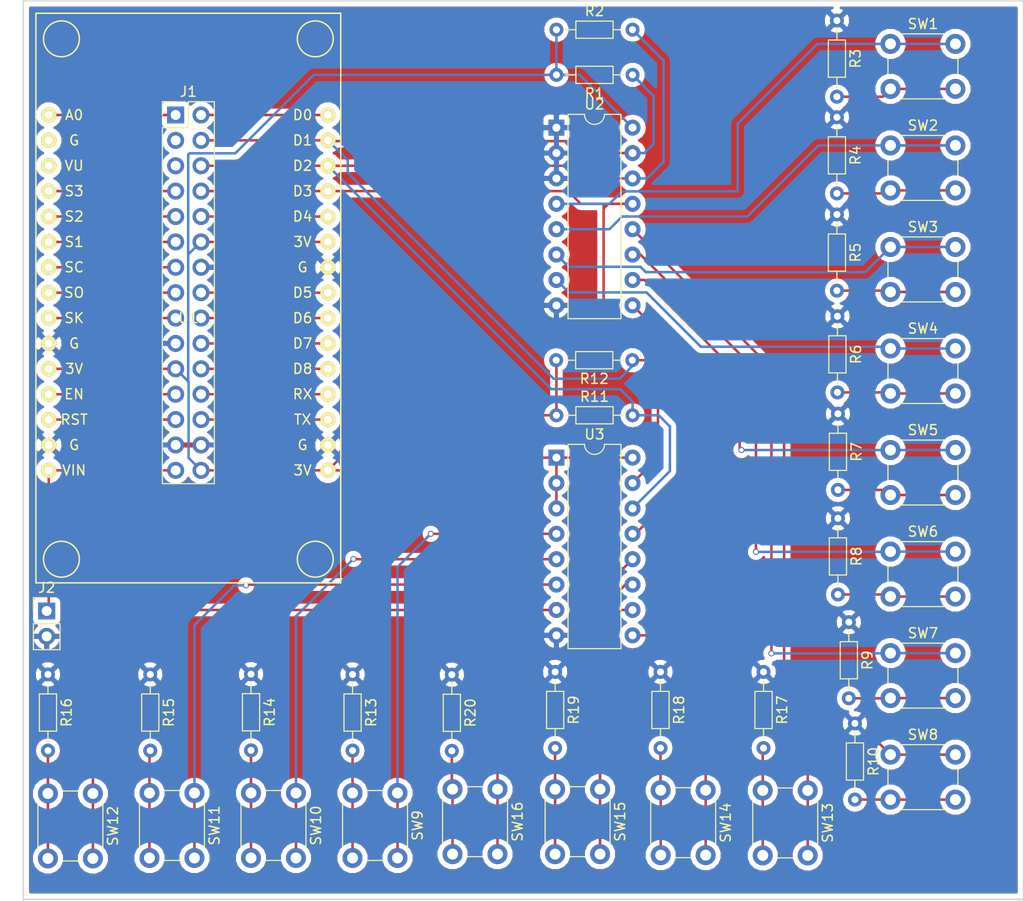
<source format=kicad_pcb>
(kicad_pcb (version 4) (host pcbnew 4.0.7)
  (layers (0 F.Cu signal) (31 B.Cu signal) (34 B.Paste user) (35 F.Paste user) (36 B.SilkS user) (37 F.SilkS user) (38 B.Mask user) (39 F.Mask user) (44 Edge.Cuts user))
  (net 0 "")
  (net 1 A0)
  (net 2 D0)
  (net 3 "Net-(J1-Pad3)")
  (net 4 SDA)
  (net 5 "Net-(J1-Pad5)")
  (net 6 SCL)
  (net 7 SD3)
  (net 8 INT)
  (net 9 SD2)
  (net 10 D4)
  (net 11 MOSI)
  (net 12 +3V3)
  (net 13 CMD)
  (net 14 GND)
  (net 15 MISO)
  (net 16 D5)
  (net 17 CLK)
  (net 18 D6)
  (net 19 D7)
  (net 20 D8)
  (net 21 EN)
  (net 22 RX)
  (net 23 RST)
  (net 24 TX)
  (net 25 +5V)
  (net 26 "Net-(R3-Pad2)")
  (net 27 "Net-(R4-Pad2)")
  (net 28 "Net-(R5-Pad2)")
  (net 29 "Net-(R6-Pad2)")
  (net 30 "Net-(R7-Pad2)")
  (net 31 "Net-(R8-Pad2)")
  (net 32 "Net-(R9-Pad2)")
  (net 33 "Net-(R10-Pad2)")
  (net 34 "Net-(R13-Pad2)")
  (net 35 "Net-(R14-Pad2)")
  (net 36 "Net-(R15-Pad2)")
  (net 37 "Net-(R16-Pad2)")
  (net 38 "Net-(R17-Pad2)")
  (net 39 "Net-(R18-Pad2)")
  (net 40 "Net-(R19-Pad2)")
  (net 41 "Net-(R20-Pad2)")
  (net 42 "Net-(SW1-Pad1)")
  (net 43 "Net-(SW2-Pad1)")
  (net 44 "Net-(SW3-Pad1)")
  (net 45 "Net-(SW4-Pad1)")
  (net 46 "Net-(SW5-Pad1)")
  (net 47 "Net-(SW6-Pad1)")
  (net 48 "Net-(SW7-Pad1)")
  (net 49 "Net-(SW8-Pad1)")
  (net 50 "Net-(SW9-Pad1)")
  (net 51 "Net-(SW10-Pad1)")
  (net 52 "Net-(SW11-Pad1)")
  (net 53 "Net-(SW12-Pad1)")
  (net 54 "Net-(SW13-Pad1)")
  (net 55 "Net-(SW14-Pad1)")
  (net 56 "Net-(SW15-Pad1)")
  (net 57 "Net-(SW16-Pad1)")
  (net 58 "Net-(U1-Pad2)")
  (net 59 "Net-(U1-Pad3)")
  (module Pin_Headers:Pin_Header_Straight_2x15_Pitch2.54mm (layer F.Cu) (at 27.94 24.13)
    (fp_text reference J1 (at 1.27 -2.33) (layer F.SilkS))
    (fp_text value Conn_02x15_Odd_Even)
    (pad 1 thru_hole rect (at 0 0) (size 1.7 1.7) (drill 1) (layers *.Cu *.Mask) (net 1 A0))
    (pad 2 thru_hole oval (at 2.54 0) (size 1.7 1.7) (drill 1) (layers *.Cu *.Mask) (net 2 D0))
    (pad 3 thru_hole oval (at 0 2.54) (size 1.7 1.7) (drill 1) (layers *.Cu *.Mask) (net 3 "Net-(J1-Pad3)"))
    (pad 4 thru_hole oval (at 2.54 2.54) (size 1.7 1.7) (drill 1) (layers *.Cu *.Mask) (net 4 SDA))
    (pad 5 thru_hole oval (at 0 5.08) (size 1.7 1.7) (drill 1) (layers *.Cu *.Mask) (net 5 "Net-(J1-Pad5)"))
    (pad 6 thru_hole oval (at 2.54 5.08) (size 1.7 1.7) (drill 1) (layers *.Cu *.Mask) (net 6 SCL))
    (pad 7 thru_hole oval (at 0 7.62) (size 1.7 1.7) (drill 1) (layers *.Cu *.Mask) (net 7 SD3))
    (pad 8 thru_hole oval (at 2.54 7.62) (size 1.7 1.7) (drill 1) (layers *.Cu *.Mask) (net 8 INT))
    (pad 9 thru_hole oval (at 0 10.16) (size 1.7 1.7) (drill 1) (layers *.Cu *.Mask) (net 9 SD2))
    (pad 10 thru_hole oval (at 2.54 10.16) (size 1.7 1.7) (drill 1) (layers *.Cu *.Mask) (net 10 D4))
    (pad 11 thru_hole oval (at 0 12.7) (size 1.7 1.7) (drill 1) (layers *.Cu *.Mask) (net 11 MOSI))
    (pad 12 thru_hole oval (at 2.54 12.7) (size 1.7 1.7) (drill 1) (layers *.Cu *.Mask) (net 12 +3V3))
    (pad 13 thru_hole oval (at 0 15.24) (size 1.7 1.7) (drill 1) (layers *.Cu *.Mask) (net 13 CMD))
    (pad 14 thru_hole oval (at 2.54 15.24) (size 1.7 1.7) (drill 1) (layers *.Cu *.Mask) (net 14 GND))
    (pad 15 thru_hole oval (at 0 17.78) (size 1.7 1.7) (drill 1) (layers *.Cu *.Mask) (net 15 MISO))
    (pad 16 thru_hole oval (at 2.54 17.78) (size 1.7 1.7) (drill 1) (layers *.Cu *.Mask) (net 16 D5))
    (pad 17 thru_hole oval (at 0 20.32) (size 1.7 1.7) (drill 1) (layers *.Cu *.Mask) (net 17 CLK))
    (pad 18 thru_hole oval (at 2.54 20.32) (size 1.7 1.7) (drill 1) (layers *.Cu *.Mask) (net 18 D6))
    (pad 19 thru_hole oval (at 0 22.86) (size 1.7 1.7) (drill 1) (layers *.Cu *.Mask) (net 14 GND))
    (pad 20 thru_hole oval (at 2.54 22.86) (size 1.7 1.7) (drill 1) (layers *.Cu *.Mask) (net 19 D7))
    (pad 21 thru_hole oval (at 0 25.4) (size 1.7 1.7) (drill 1) (layers *.Cu *.Mask) (net 12 +3V3))
    (pad 22 thru_hole oval (at 2.54 25.4) (size 1.7 1.7) (drill 1) (layers *.Cu *.Mask) (net 20 D8))
    (pad 23 thru_hole oval (at 0 27.94) (size 1.7 1.7) (drill 1) (layers *.Cu *.Mask) (net 21 EN))
    (pad 24 thru_hole oval (at 2.54 27.94) (size 1.7 1.7) (drill 1) (layers *.Cu *.Mask) (net 22 RX))
    (pad 25 thru_hole oval (at 0 30.48) (size 1.7 1.7) (drill 1) (layers *.Cu *.Mask) (net 23 RST))
    (pad 26 thru_hole oval (at 2.54 30.48) (size 1.7 1.7) (drill 1) (layers *.Cu *.Mask) (net 24 TX))
    (pad 27 thru_hole oval (at 0 33.02) (size 1.7 1.7) (drill 1) (layers *.Cu *.Mask) (net 14 GND))
    (pad 28 thru_hole oval (at 2.54 33.02) (size 1.7 1.7) (drill 1) (layers *.Cu *.Mask) (net 14 GND))
    (pad 29 thru_hole oval (at 0 35.56) (size 1.7 1.7) (drill 1) (layers *.Cu *.Mask) (net 25 +5V))
    (pad 30 thru_hole oval (at 2.54 35.56) (size 1.7 1.7) (drill 1) (layers *.Cu *.Mask) (net 12 +3V3))
  )
  (module Pin_Headers:Pin_Header_Straight_1x02_Pitch2.54mm (layer F.Cu) (at 15.0368 73.7616)
    (fp_text reference J2 (at 0 -2.33) (layer F.SilkS))
    (fp_text value Conn_01x02)
    (pad 1 thru_hole rect (at 0 0) (size 1.7 1.7) (drill 1) (layers *.Cu *.Mask) (net 25 +5V))
    (pad 2 thru_hole oval (at 0 2.54) (size 1.7 1.7) (drill 1) (layers *.Cu *.Mask) (net 14 GND))
  )
  (module Resistors_THT:R_Axial_DIN0204_L3.6mm_D1.6mm_P7.62mm_Horizontal (layer F.Cu) (at 73.66 20.1168 180)
    (fp_text reference R1 (at 3.81 -1.86 180) (layer F.SilkS))
    (fp_text value 4.7k)
    (pad 1 thru_hole circle (at 0 0 180) (size 1.4 1.4) (drill 0.7) (layers *.Cu *.Mask) (net 4 SDA))
    (pad 2 thru_hole oval (at 7.62 0 180) (size 1.4 1.4) (drill 0.7) (layers *.Cu *.Mask) (net 12 +3V3))
  )
  (module Resistors_THT:R_Axial_DIN0204_L3.6mm_D1.6mm_P7.62mm_Horizontal (layer F.Cu) (at 66.04 15.5956)
    (fp_text reference R2 (at 3.81 -1.86) (layer F.SilkS))
    (fp_text value 4.7k)
    (pad 1 thru_hole circle (at 0 0) (size 1.4 1.4) (drill 0.7) (layers *.Cu *.Mask) (net 12 +3V3))
    (pad 2 thru_hole oval (at 7.62 0) (size 1.4 1.4) (drill 0.7) (layers *.Cu *.Mask) (net 6 SCL))
  )
  (module Resistors_THT:R_Axial_DIN0204_L3.6mm_D1.6mm_P7.62mm_Horizontal (layer F.Cu) (at 94.107 14.6812 270)
    (fp_text reference R3 (at 3.81 -1.86 270) (layer F.SilkS))
    (fp_text value 10k)
    (pad 1 thru_hole circle (at 0 0 270) (size 1.4 1.4) (drill 0.7) (layers *.Cu *.Mask) (net 14 GND))
    (pad 2 thru_hole oval (at 7.62 0 270) (size 1.4 1.4) (drill 0.7) (layers *.Cu *.Mask) (net 26 "Net-(R3-Pad2)"))
  )
  (module Resistors_THT:R_Axial_DIN0204_L3.6mm_D1.6mm_P7.62mm_Horizontal (layer F.Cu) (at 94.107 24.3586 270)
    (fp_text reference R4 (at 3.81 -1.86 270) (layer F.SilkS))
    (fp_text value 10k)
    (pad 1 thru_hole circle (at 0 0 270) (size 1.4 1.4) (drill 0.7) (layers *.Cu *.Mask) (net 14 GND))
    (pad 2 thru_hole oval (at 7.62 0 270) (size 1.4 1.4) (drill 0.7) (layers *.Cu *.Mask) (net 27 "Net-(R4-Pad2)"))
  )
  (module Resistors_THT:R_Axial_DIN0204_L3.6mm_D1.6mm_P7.62mm_Horizontal (layer F.Cu) (at 94.107 34.0868 270)
    (fp_text reference R5 (at 3.81 -1.86 270) (layer F.SilkS))
    (fp_text value 10k)
    (pad 1 thru_hole circle (at 0 0 270) (size 1.4 1.4) (drill 0.7) (layers *.Cu *.Mask) (net 14 GND))
    (pad 2 thru_hole oval (at 7.62 0 270) (size 1.4 1.4) (drill 0.7) (layers *.Cu *.Mask) (net 28 "Net-(R5-Pad2)"))
  )
  (module Resistors_THT:R_Axial_DIN0204_L3.6mm_D1.6mm_P7.62mm_Horizontal (layer F.Cu) (at 94.1578 44.2722 270)
    (fp_text reference R6 (at 3.81 -1.86 270) (layer F.SilkS))
    (fp_text value 10k)
    (pad 1 thru_hole circle (at 0 0 270) (size 1.4 1.4) (drill 0.7) (layers *.Cu *.Mask) (net 14 GND))
    (pad 2 thru_hole oval (at 7.62 0 270) (size 1.4 1.4) (drill 0.7) (layers *.Cu *.Mask) (net 29 "Net-(R6-Pad2)"))
  )
  (module Resistors_THT:R_Axial_DIN0204_L3.6mm_D1.6mm_P7.62mm_Horizontal (layer F.Cu) (at 94.2086 54.0258 270)
    (fp_text reference R7 (at 3.81 -1.86 270) (layer F.SilkS))
    (fp_text value 10k)
    (pad 1 thru_hole circle (at 0 0 270) (size 1.4 1.4) (drill 0.7) (layers *.Cu *.Mask) (net 14 GND))
    (pad 2 thru_hole oval (at 7.62 0 270) (size 1.4 1.4) (drill 0.7) (layers *.Cu *.Mask) (net 30 "Net-(R7-Pad2)"))
  )
  (module Resistors_THT:R_Axial_DIN0204_L3.6mm_D1.6mm_P7.62mm_Horizontal (layer F.Cu) (at 94.2086 64.4906 270)
    (fp_text reference R8 (at 3.81 -1.86 270) (layer F.SilkS))
    (fp_text value 10k)
    (pad 1 thru_hole circle (at 0 0 270) (size 1.4 1.4) (drill 0.7) (layers *.Cu *.Mask) (net 14 GND))
    (pad 2 thru_hole oval (at 7.62 0 270) (size 1.4 1.4) (drill 0.7) (layers *.Cu *.Mask) (net 31 "Net-(R8-Pad2)"))
  )
  (module Resistors_THT:R_Axial_DIN0204_L3.6mm_D1.6mm_P7.62mm_Horizontal (layer F.Cu) (at 95.3008 74.8792 270)
    (fp_text reference R9 (at 3.81 -1.86 270) (layer F.SilkS))
    (fp_text value 10k)
    (pad 1 thru_hole circle (at 0 0 270) (size 1.4 1.4) (drill 0.7) (layers *.Cu *.Mask) (net 14 GND))
    (pad 2 thru_hole oval (at 7.62 0 270) (size 1.4 1.4) (drill 0.7) (layers *.Cu *.Mask) (net 32 "Net-(R9-Pad2)"))
  )
  (module Resistors_THT:R_Axial_DIN0204_L3.6mm_D1.6mm_P7.62mm_Horizontal (layer F.Cu) (at 95.9104 85.0138 270)
    (fp_text reference R10 (at 3.81 -1.86 270) (layer F.SilkS))
    (fp_text value 10k)
    (pad 1 thru_hole circle (at 0 0 270) (size 1.4 1.4) (drill 0.7) (layers *.Cu *.Mask) (net 14 GND))
    (pad 2 thru_hole oval (at 7.62 0 270) (size 1.4 1.4) (drill 0.7) (layers *.Cu *.Mask) (net 33 "Net-(R10-Pad2)"))
  )
  (module Resistors_THT:R_Axial_DIN0204_L3.6mm_D1.6mm_P7.62mm_Horizontal (layer F.Cu) (at 66.04 54.1782)
    (fp_text reference R11 (at 3.81 -1.86) (layer F.SilkS))
    (fp_text value 4.7k)
    (pad 1 thru_hole circle (at 0 0) (size 1.4 1.4) (drill 0.7) (layers *.Cu *.Mask) (net 12 +3V3))
    (pad 2 thru_hole oval (at 7.62 0) (size 1.4 1.4) (drill 0.7) (layers *.Cu *.Mask) (net 6 SCL))
  )
  (module Resistors_THT:R_Axial_DIN0204_L3.6mm_D1.6mm_P7.62mm_Horizontal (layer F.Cu) (at 73.6346 48.6664 180)
    (fp_text reference R12 (at 3.81 -1.86 180) (layer F.SilkS))
    (fp_text value 4.7k)
    (pad 1 thru_hole circle (at 0 0 180) (size 1.4 1.4) (drill 0.7) (layers *.Cu *.Mask) (net 4 SDA))
    (pad 2 thru_hole oval (at 7.62 0 180) (size 1.4 1.4) (drill 0.7) (layers *.Cu *.Mask) (net 12 +3V3))
  )
  (module Resistors_THT:R_Axial_DIN0204_L3.6mm_D1.6mm_P7.62mm_Horizontal (layer F.Cu) (at 45.6438 80.1116 270)
    (fp_text reference R13 (at 3.81 -1.86 270) (layer F.SilkS))
    (fp_text value 10k)
    (pad 1 thru_hole circle (at 0 0 270) (size 1.4 1.4) (drill 0.7) (layers *.Cu *.Mask) (net 14 GND))
    (pad 2 thru_hole oval (at 7.62 0 270) (size 1.4 1.4) (drill 0.7) (layers *.Cu *.Mask) (net 34 "Net-(R13-Pad2)"))
  )
  (module Resistors_THT:R_Axial_DIN0204_L3.6mm_D1.6mm_P7.62mm_Horizontal (layer F.Cu) (at 35.4838 80.0862 270)
    (fp_text reference R14 (at 3.81 -1.86 270) (layer F.SilkS))
    (fp_text value 10k)
    (pad 1 thru_hole circle (at 0 0 270) (size 1.4 1.4) (drill 0.7) (layers *.Cu *.Mask) (net 14 GND))
    (pad 2 thru_hole oval (at 7.62 0 270) (size 1.4 1.4) (drill 0.7) (layers *.Cu *.Mask) (net 35 "Net-(R14-Pad2)"))
  )
  (module Resistors_THT:R_Axial_DIN0204_L3.6mm_D1.6mm_P7.62mm_Horizontal (layer F.Cu) (at 25.4 80.1116 270)
    (fp_text reference R15 (at 3.81 -1.86 270) (layer F.SilkS))
    (fp_text value 10k)
    (pad 1 thru_hole circle (at 0 0 270) (size 1.4 1.4) (drill 0.7) (layers *.Cu *.Mask) (net 14 GND))
    (pad 2 thru_hole oval (at 7.62 0 270) (size 1.4 1.4) (drill 0.7) (layers *.Cu *.Mask) (net 36 "Net-(R15-Pad2)"))
  )
  (module Resistors_THT:R_Axial_DIN0204_L3.6mm_D1.6mm_P7.62mm_Horizontal (layer F.Cu) (at 15.1638 80.1116 270)
    (fp_text reference R16 (at 3.81 -1.86 270) (layer F.SilkS))
    (fp_text value 10k)
    (pad 1 thru_hole circle (at 0 0 270) (size 1.4 1.4) (drill 0.7) (layers *.Cu *.Mask) (net 14 GND))
    (pad 2 thru_hole oval (at 7.62 0 270) (size 1.4 1.4) (drill 0.7) (layers *.Cu *.Mask) (net 37 "Net-(R16-Pad2)"))
  )
  (module Resistors_THT:R_Axial_DIN0204_L3.6mm_D1.6mm_P7.62mm_Horizontal (layer F.Cu) (at 86.7664 79.8576 270)
    (fp_text reference R17 (at 3.81 -1.86 270) (layer F.SilkS))
    (fp_text value 10k)
    (pad 1 thru_hole circle (at 0 0 270) (size 1.4 1.4) (drill 0.7) (layers *.Cu *.Mask) (net 14 GND))
    (pad 2 thru_hole oval (at 7.62 0 270) (size 1.4 1.4) (drill 0.7) (layers *.Cu *.Mask) (net 38 "Net-(R17-Pad2)"))
  )
  (module Resistors_THT:R_Axial_DIN0204_L3.6mm_D1.6mm_P7.62mm_Horizontal (layer F.Cu) (at 76.454 79.8576 270)
    (fp_text reference R18 (at 3.81 -1.86 270) (layer F.SilkS))
    (fp_text value 10k)
    (pad 1 thru_hole circle (at 0 0 270) (size 1.4 1.4) (drill 0.7) (layers *.Cu *.Mask) (net 14 GND))
    (pad 2 thru_hole oval (at 7.62 0 270) (size 1.4 1.4) (drill 0.7) (layers *.Cu *.Mask) (net 39 "Net-(R18-Pad2)"))
  )
  (module Resistors_THT:R_Axial_DIN0204_L3.6mm_D1.6mm_P7.62mm_Horizontal (layer F.Cu) (at 65.913 79.8576 270)
    (fp_text reference R19 (at 3.81 -1.86 270) (layer F.SilkS))
    (fp_text value 10k)
    (pad 1 thru_hole circle (at 0 0 270) (size 1.4 1.4) (drill 0.7) (layers *.Cu *.Mask) (net 14 GND))
    (pad 2 thru_hole oval (at 7.62 0 270) (size 1.4 1.4) (drill 0.7) (layers *.Cu *.Mask) (net 40 "Net-(R19-Pad2)"))
  )
  (module Resistors_THT:R_Axial_DIN0204_L3.6mm_D1.6mm_P7.62mm_Horizontal (layer F.Cu) (at 55.5752 80.137 270)
    (fp_text reference R20 (at 3.81 -1.86 270) (layer F.SilkS))
    (fp_text value 10k)
    (pad 1 thru_hole circle (at 0 0 270) (size 1.4 1.4) (drill 0.7) (layers *.Cu *.Mask) (net 14 GND))
    (pad 2 thru_hole oval (at 7.62 0 270) (size 1.4 1.4) (drill 0.7) (layers *.Cu *.Mask) (net 41 "Net-(R20-Pad2)"))
  )
  (module Buttons_Switches_THT:SW_PUSH_6mm_h8mm (layer F.Cu) (at 99.4664 17.018)
    (fp_text reference SW1 (at 3.25 -2) (layer F.SilkS))
    (fp_text value SW_Push)
    (pad 2 thru_hole circle (at 0 4.5 90) (size 2 2) (drill 1.1) (layers *.Cu *.Mask) (net 26 "Net-(R3-Pad2)"))
    (pad 1 thru_hole circle (at 0 0 90) (size 2 2) (drill 1.1) (layers *.Cu *.Mask) (net 42 "Net-(SW1-Pad1)"))
    (pad 2 thru_hole circle (at 6.5 4.5 90) (size 2 2) (drill 1.1) (layers *.Cu *.Mask) (net 26 "Net-(R3-Pad2)"))
    (pad 1 thru_hole circle (at 6.5 0 90) (size 2 2) (drill 1.1) (layers *.Cu *.Mask) (net 42 "Net-(SW1-Pad1)"))
  )
  (module Buttons_Switches_THT:SW_PUSH_6mm_h8mm (layer F.Cu) (at 99.4664 27.178)
    (fp_text reference SW2 (at 3.25 -2) (layer F.SilkS))
    (fp_text value SW_Push)
    (pad 2 thru_hole circle (at 0 4.5 90) (size 2 2) (drill 1.1) (layers *.Cu *.Mask) (net 27 "Net-(R4-Pad2)"))
    (pad 1 thru_hole circle (at 0 0 90) (size 2 2) (drill 1.1) (layers *.Cu *.Mask) (net 43 "Net-(SW2-Pad1)"))
    (pad 2 thru_hole circle (at 6.5 4.5 90) (size 2 2) (drill 1.1) (layers *.Cu *.Mask) (net 27 "Net-(R4-Pad2)"))
    (pad 1 thru_hole circle (at 6.5 0 90) (size 2 2) (drill 1.1) (layers *.Cu *.Mask) (net 43 "Net-(SW2-Pad1)"))
  )
  (module Buttons_Switches_THT:SW_PUSH_6mm_h8mm (layer F.Cu) (at 99.4664 37.338)
    (fp_text reference SW3 (at 3.25 -2) (layer F.SilkS))
    (fp_text value SW_Push)
    (pad 2 thru_hole circle (at 0 4.5 90) (size 2 2) (drill 1.1) (layers *.Cu *.Mask) (net 28 "Net-(R5-Pad2)"))
    (pad 1 thru_hole circle (at 0 0 90) (size 2 2) (drill 1.1) (layers *.Cu *.Mask) (net 44 "Net-(SW3-Pad1)"))
    (pad 2 thru_hole circle (at 6.5 4.5 90) (size 2 2) (drill 1.1) (layers *.Cu *.Mask) (net 28 "Net-(R5-Pad2)"))
    (pad 1 thru_hole circle (at 6.5 0 90) (size 2 2) (drill 1.1) (layers *.Cu *.Mask) (net 44 "Net-(SW3-Pad1)"))
  )
  (module Buttons_Switches_THT:SW_PUSH_6mm_h8mm (layer F.Cu) (at 99.4664 47.498)
    (fp_text reference SW4 (at 3.25 -2) (layer F.SilkS))
    (fp_text value SW_Push)
    (pad 2 thru_hole circle (at 0 4.5 90) (size 2 2) (drill 1.1) (layers *.Cu *.Mask) (net 29 "Net-(R6-Pad2)"))
    (pad 1 thru_hole circle (at 0 0 90) (size 2 2) (drill 1.1) (layers *.Cu *.Mask) (net 45 "Net-(SW4-Pad1)"))
    (pad 2 thru_hole circle (at 6.5 4.5 90) (size 2 2) (drill 1.1) (layers *.Cu *.Mask) (net 29 "Net-(R6-Pad2)"))
    (pad 1 thru_hole circle (at 6.5 0 90) (size 2 2) (drill 1.1) (layers *.Cu *.Mask) (net 45 "Net-(SW4-Pad1)"))
  )
  (module Buttons_Switches_THT:SW_PUSH_6mm_h8mm (layer F.Cu) (at 99.4664 57.658)
    (fp_text reference SW5 (at 3.25 -2) (layer F.SilkS))
    (fp_text value SW_Push)
    (pad 2 thru_hole circle (at 0 4.5 90) (size 2 2) (drill 1.1) (layers *.Cu *.Mask) (net 30 "Net-(R7-Pad2)"))
    (pad 1 thru_hole circle (at 0 0 90) (size 2 2) (drill 1.1) (layers *.Cu *.Mask) (net 46 "Net-(SW5-Pad1)"))
    (pad 2 thru_hole circle (at 6.5 4.5 90) (size 2 2) (drill 1.1) (layers *.Cu *.Mask) (net 30 "Net-(R7-Pad2)"))
    (pad 1 thru_hole circle (at 6.5 0 90) (size 2 2) (drill 1.1) (layers *.Cu *.Mask) (net 46 "Net-(SW5-Pad1)"))
  )
  (module Buttons_Switches_THT:SW_PUSH_6mm_h8mm (layer F.Cu) (at 99.4664 67.818)
    (fp_text reference SW6 (at 3.25 -2) (layer F.SilkS))
    (fp_text value SW_Push)
    (pad 2 thru_hole circle (at 0 4.5 90) (size 2 2) (drill 1.1) (layers *.Cu *.Mask) (net 31 "Net-(R8-Pad2)"))
    (pad 1 thru_hole circle (at 0 0 90) (size 2 2) (drill 1.1) (layers *.Cu *.Mask) (net 47 "Net-(SW6-Pad1)"))
    (pad 2 thru_hole circle (at 6.5 4.5 90) (size 2 2) (drill 1.1) (layers *.Cu *.Mask) (net 31 "Net-(R8-Pad2)"))
    (pad 1 thru_hole circle (at 6.5 0 90) (size 2 2) (drill 1.1) (layers *.Cu *.Mask) (net 47 "Net-(SW6-Pad1)"))
  )
  (module Buttons_Switches_THT:SW_PUSH_6mm_h8mm (layer F.Cu) (at 99.4664 77.978)
    (fp_text reference SW7 (at 3.25 -2) (layer F.SilkS))
    (fp_text value SW_Push)
    (pad 2 thru_hole circle (at 0 4.5 90) (size 2 2) (drill 1.1) (layers *.Cu *.Mask) (net 32 "Net-(R9-Pad2)"))
    (pad 1 thru_hole circle (at 0 0 90) (size 2 2) (drill 1.1) (layers *.Cu *.Mask) (net 48 "Net-(SW7-Pad1)"))
    (pad 2 thru_hole circle (at 6.5 4.5 90) (size 2 2) (drill 1.1) (layers *.Cu *.Mask) (net 32 "Net-(R9-Pad2)"))
    (pad 1 thru_hole circle (at 6.5 0 90) (size 2 2) (drill 1.1) (layers *.Cu *.Mask) (net 48 "Net-(SW7-Pad1)"))
  )
  (module Buttons_Switches_THT:SW_PUSH_6mm_h8mm (layer F.Cu) (at 99.4664 88.138)
    (fp_text reference SW8 (at 3.25 -2) (layer F.SilkS))
    (fp_text value SW_Push)
    (pad 2 thru_hole circle (at 0 4.5 90) (size 2 2) (drill 1.1) (layers *.Cu *.Mask) (net 33 "Net-(R10-Pad2)"))
    (pad 1 thru_hole circle (at 0 0 90) (size 2 2) (drill 1.1) (layers *.Cu *.Mask) (net 49 "Net-(SW8-Pad1)"))
    (pad 2 thru_hole circle (at 6.5 4.5 90) (size 2 2) (drill 1.1) (layers *.Cu *.Mask) (net 33 "Net-(R10-Pad2)"))
    (pad 1 thru_hole circle (at 6.5 0 90) (size 2 2) (drill 1.1) (layers *.Cu *.Mask) (net 49 "Net-(SW8-Pad1)"))
  )
  (module Buttons_Switches_THT:SW_PUSH_6mm_h8mm (layer F.Cu) (at 50.1396 91.9734 270)
    (fp_text reference SW9 (at 3.25 -2 270) (layer F.SilkS))
    (fp_text value SW_Push)
    (pad 2 thru_hole circle (at 0 4.5) (size 2 2) (drill 1.1) (layers *.Cu *.Mask) (net 34 "Net-(R13-Pad2)"))
    (pad 1 thru_hole circle (at 0 0) (size 2 2) (drill 1.1) (layers *.Cu *.Mask) (net 50 "Net-(SW9-Pad1)"))
    (pad 2 thru_hole circle (at 6.5 4.5) (size 2 2) (drill 1.1) (layers *.Cu *.Mask) (net 34 "Net-(R13-Pad2)"))
    (pad 1 thru_hole circle (at 6.5 0) (size 2 2) (drill 1.1) (layers *.Cu *.Mask) (net 50 "Net-(SW9-Pad1)"))
  )
  (module Buttons_Switches_THT:SW_PUSH_6mm_h8mm (layer F.Cu) (at 39.9796 91.9734 270)
    (fp_text reference SW10 (at 3.25 -2 270) (layer F.SilkS))
    (fp_text value SW_Push)
    (pad 2 thru_hole circle (at 0 4.5) (size 2 2) (drill 1.1) (layers *.Cu *.Mask) (net 35 "Net-(R14-Pad2)"))
    (pad 1 thru_hole circle (at 0 0) (size 2 2) (drill 1.1) (layers *.Cu *.Mask) (net 51 "Net-(SW10-Pad1)"))
    (pad 2 thru_hole circle (at 6.5 4.5) (size 2 2) (drill 1.1) (layers *.Cu *.Mask) (net 35 "Net-(R14-Pad2)"))
    (pad 1 thru_hole circle (at 6.5 0) (size 2 2) (drill 1.1) (layers *.Cu *.Mask) (net 51 "Net-(SW10-Pad1)"))
  )
  (module Buttons_Switches_THT:SW_PUSH_6mm_h8mm (layer F.Cu) (at 29.8196 91.9734 270)
    (fp_text reference SW11 (at 3.25 -2 270) (layer F.SilkS))
    (fp_text value SW_Push)
    (pad 2 thru_hole circle (at 0 4.5) (size 2 2) (drill 1.1) (layers *.Cu *.Mask) (net 36 "Net-(R15-Pad2)"))
    (pad 1 thru_hole circle (at 0 0) (size 2 2) (drill 1.1) (layers *.Cu *.Mask) (net 52 "Net-(SW11-Pad1)"))
    (pad 2 thru_hole circle (at 6.5 4.5) (size 2 2) (drill 1.1) (layers *.Cu *.Mask) (net 36 "Net-(R15-Pad2)"))
    (pad 1 thru_hole circle (at 6.5 0) (size 2 2) (drill 1.1) (layers *.Cu *.Mask) (net 52 "Net-(SW11-Pad1)"))
  )
  (module Buttons_Switches_THT:SW_PUSH_6mm_h8mm (layer F.Cu) (at 19.6596 92.0242 270)
    (fp_text reference SW12 (at 3.25 -2 270) (layer F.SilkS))
    (fp_text value SW_Push)
    (pad 2 thru_hole circle (at 0 4.5) (size 2 2) (drill 1.1) (layers *.Cu *.Mask) (net 37 "Net-(R16-Pad2)"))
    (pad 1 thru_hole circle (at 0 0) (size 2 2) (drill 1.1) (layers *.Cu *.Mask) (net 53 "Net-(SW12-Pad1)"))
    (pad 2 thru_hole circle (at 6.5 4.5) (size 2 2) (drill 1.1) (layers *.Cu *.Mask) (net 37 "Net-(R16-Pad2)"))
    (pad 1 thru_hole circle (at 6.5 0) (size 2 2) (drill 1.1) (layers *.Cu *.Mask) (net 53 "Net-(SW12-Pad1)"))
  )
  (module Buttons_Switches_THT:SW_PUSH_6mm_h8mm (layer F.Cu) (at 91.186 91.7194 270)
    (fp_text reference SW13 (at 3.25 -2 270) (layer F.SilkS))
    (fp_text value SW_Push)
    (pad 2 thru_hole circle (at 0 4.5) (size 2 2) (drill 1.1) (layers *.Cu *.Mask) (net 38 "Net-(R17-Pad2)"))
    (pad 1 thru_hole circle (at 0 0) (size 2 2) (drill 1.1) (layers *.Cu *.Mask) (net 54 "Net-(SW13-Pad1)"))
    (pad 2 thru_hole circle (at 6.5 4.5) (size 2 2) (drill 1.1) (layers *.Cu *.Mask) (net 38 "Net-(R17-Pad2)"))
    (pad 1 thru_hole circle (at 6.5 0) (size 2 2) (drill 1.1) (layers *.Cu *.Mask) (net 54 "Net-(SW13-Pad1)"))
  )
  (module Buttons_Switches_THT:SW_PUSH_6mm_h8mm (layer F.Cu) (at 80.9752 91.694 270)
    (fp_text reference SW14 (at 3.25 -2 270) (layer F.SilkS))
    (fp_text value SW_Push)
    (pad 2 thru_hole circle (at 0 4.5) (size 2 2) (drill 1.1) (layers *.Cu *.Mask) (net 39 "Net-(R18-Pad2)"))
    (pad 1 thru_hole circle (at 0 0) (size 2 2) (drill 1.1) (layers *.Cu *.Mask) (net 55 "Net-(SW14-Pad1)"))
    (pad 2 thru_hole circle (at 6.5 4.5) (size 2 2) (drill 1.1) (layers *.Cu *.Mask) (net 39 "Net-(R18-Pad2)"))
    (pad 1 thru_hole circle (at 6.5 0) (size 2 2) (drill 1.1) (layers *.Cu *.Mask) (net 55 "Net-(SW14-Pad1)"))
  )
  (module Buttons_Switches_THT:SW_PUSH_6mm_h8mm (layer F.Cu) (at 70.4088 91.5924 270)
    (fp_text reference SW15 (at 3.25 -2 270) (layer F.SilkS))
    (fp_text value SW_Push)
    (pad 2 thru_hole circle (at 0 4.5) (size 2 2) (drill 1.1) (layers *.Cu *.Mask) (net 40 "Net-(R19-Pad2)"))
    (pad 1 thru_hole circle (at 0 0) (size 2 2) (drill 1.1) (layers *.Cu *.Mask) (net 56 "Net-(SW15-Pad1)"))
    (pad 2 thru_hole circle (at 6.5 4.5) (size 2 2) (drill 1.1) (layers *.Cu *.Mask) (net 40 "Net-(R19-Pad2)"))
    (pad 1 thru_hole circle (at 6.5 0) (size 2 2) (drill 1.1) (layers *.Cu *.Mask) (net 56 "Net-(SW15-Pad1)"))
  )
  (module Buttons_Switches_THT:SW_PUSH_6mm_h8mm (layer F.Cu) (at 60.1472 91.5924 270)
    (fp_text reference SW16 (at 3.25 -2 270) (layer F.SilkS))
    (fp_text value SW_Push)
    (pad 2 thru_hole circle (at 0 4.5) (size 2 2) (drill 1.1) (layers *.Cu *.Mask) (net 41 "Net-(R20-Pad2)"))
    (pad 1 thru_hole circle (at 0 0) (size 2 2) (drill 1.1) (layers *.Cu *.Mask) (net 57 "Net-(SW16-Pad1)"))
    (pad 2 thru_hole circle (at 6.5 4.5) (size 2 2) (drill 1.1) (layers *.Cu *.Mask) (net 41 "Net-(R20-Pad2)"))
    (pad 1 thru_hole circle (at 6.5 0) (size 2 2) (drill 1.1) (layers *.Cu *.Mask) (net 57 "Net-(SW16-Pad1)"))
  )
  (module "NodeMCU:NodeMCU1.0(12-E)" (layer F.Cu) (at 29.21 44.45)
    (fp_text reference U1 (at 0 0) (layer F.SilkS))
    (fp_text value "NodeMCU1.0(ESP-12E)")
    (fp_text user VIN (at -11.43 15.24) (layer F.SilkS))
    (fp_text user G (at -11.43 12.7) (layer F.SilkS))
    (fp_text user RST (at -11.43 10.16) (layer F.SilkS))
    (fp_text user EN (at -11.43 7.62) (layer F.SilkS))
    (fp_text user 3V (at -11.43 5.08) (layer F.SilkS))
    (fp_text user G (at -11.43 2.54) (layer F.SilkS))
    (fp_text user SK (at -11.43 0) (layer F.SilkS))
    (fp_text user SO (at -11.43 -2.54) (layer F.SilkS))
    (fp_text user SC (at -11.43 -5.08) (layer F.SilkS))
    (fp_text user S1 (at -11.43 -7.62) (layer F.SilkS))
    (fp_text user S2 (at -11.43 -10.16) (layer F.SilkS))
    (fp_text user S3 (at -11.43 -12.7) (layer F.SilkS))
    (fp_text user VU (at -11.43 -15.24) (layer F.SilkS))
    (fp_text user G (at -11.43 -17.78) (layer F.SilkS))
    (fp_text user A0 (at -11.43 -20.32) (layer F.SilkS))
    (fp_text user 3V (at 11.43 15.24) (layer F.SilkS))
    (fp_text user G (at 11.43 12.7) (layer F.SilkS))
    (fp_text user TX (at 11.43 10.16) (layer F.SilkS))
    (fp_text user RX (at 11.43 7.62) (layer F.SilkS))
    (fp_text user D8 (at 11.43 5.08) (layer F.SilkS))
    (fp_text user D7 (at 11.43 2.54) (layer F.SilkS))
    (fp_text user D6 (at 11.43 0) (layer F.SilkS))
    (fp_text user D5 (at 11.43 -2.54) (layer F.SilkS))
    (fp_text user G (at 11.43 -5.08) (layer F.SilkS))
    (fp_text user 3V (at 11.43 -7.62) (layer F.SilkS))
    (fp_text user D4 (at 11.43 -10.16) (layer F.SilkS))
    (fp_text user D3 (at 11.43 -12.7) (layer F.SilkS))
    (fp_text user D2 (at 11.43 -15.24) (layer F.SilkS))
    (fp_text user D1 (at 11.43 -17.78) (layer F.SilkS))
    (fp_text user D0 (at 11.43 -20.32) (layer F.SilkS))
    (pad 1 thru_hole circle (at -13.97 -20.32) (size 1.524 1.524) (drill 0.762) (layers *.Cu *.Mask F.SilkS) (net 1 A0))
    (pad 2 thru_hole circle (at -13.97 -17.78) (size 1.524 1.524) (drill 0.762) (layers *.Cu *.Mask F.SilkS) (net 58 "Net-(U1-Pad2)"))
    (pad 3 thru_hole circle (at -13.97 -15.24) (size 1.524 1.524) (drill 0.762) (layers *.Cu *.Mask F.SilkS) (net 59 "Net-(U1-Pad3)"))
    (pad 4 thru_hole circle (at -13.97 -12.7) (size 1.524 1.524) (drill 0.762) (layers *.Cu *.Mask F.SilkS) (net 7 SD3))
    (pad 5 thru_hole circle (at -13.97 -10.16) (size 1.524 1.524) (drill 0.762) (layers *.Cu *.Mask F.SilkS) (net 9 SD2))
    (pad 6 thru_hole circle (at -13.97 -7.62) (size 1.524 1.524) (drill 0.762) (layers *.Cu *.Mask F.SilkS) (net 11 MOSI))
    (pad 7 thru_hole circle (at -13.97 -5.08) (size 1.524 1.524) (drill 0.762) (layers *.Cu *.Mask F.SilkS) (net 13 CMD))
    (pad 8 thru_hole circle (at -13.97 -2.54) (size 1.524 1.524) (drill 0.762) (layers *.Cu *.Mask F.SilkS) (net 15 MISO))
    (pad 9 thru_hole circle (at -13.97 0) (size 1.524 1.524) (drill 0.762) (layers *.Cu *.Mask F.SilkS) (net 17 CLK))
    (pad 10 thru_hole circle (at -13.97 2.54) (size 1.524 1.524) (drill 0.762) (layers *.Cu *.Mask F.SilkS) (net 14 GND))
    (pad 11 thru_hole circle (at -13.97 5.08) (size 1.524 1.524) (drill 0.762) (layers *.Cu *.Mask F.SilkS) (net 12 +3V3))
    (pad 12 thru_hole circle (at -13.97 7.62) (size 1.524 1.524) (drill 0.762) (layers *.Cu *.Mask F.SilkS) (net 21 EN))
    (pad 13 thru_hole circle (at -13.97 10.16) (size 1.524 1.524) (drill 0.762) (layers *.Cu *.Mask F.SilkS) (net 23 RST))
    (pad 14 thru_hole circle (at -13.97 12.7) (size 1.524 1.524) (drill 0.762) (layers *.Cu *.Mask F.SilkS) (net 14 GND))
    (pad 15 thru_hole circle (at -13.97 15.24) (size 1.524 1.524) (drill 0.762) (layers *.Cu *.Mask F.SilkS) (net 25 +5V))
    (pad 16 thru_hole circle (at 13.97 15.24) (size 1.524 1.524) (drill 0.762) (layers *.Cu *.Mask F.SilkS) (net 12 +3V3))
    (pad 17 thru_hole circle (at 13.97 12.7) (size 1.524 1.524) (drill 0.762) (layers *.Cu *.Mask F.SilkS) (net 14 GND))
    (pad 18 thru_hole circle (at 13.97 10.16) (size 1.524 1.524) (drill 0.762) (layers *.Cu *.Mask F.SilkS) (net 24 TX))
    (pad 19 thru_hole circle (at 13.97 7.62) (size 1.524 1.524) (drill 0.762) (layers *.Cu *.Mask F.SilkS) (net 22 RX))
    (pad 20 thru_hole circle (at 13.97 5.08) (size 1.524 1.524) (drill 0.762) (layers *.Cu *.Mask F.SilkS) (net 20 D8))
    (pad 21 thru_hole circle (at 13.97 2.54) (size 1.524 1.524) (drill 0.762) (layers *.Cu *.Mask F.SilkS) (net 19 D7))
    (pad 22 thru_hole circle (at 13.97 0) (size 1.524 1.524) (drill 0.762) (layers *.Cu *.Mask F.SilkS) (net 18 D6))
    (pad 23 thru_hole circle (at 13.97 -2.54) (size 1.524 1.524) (drill 0.762) (layers *.Cu *.Mask F.SilkS) (net 16 D5))
    (pad 24 thru_hole circle (at 13.97 -5.08) (size 1.524 1.524) (drill 0.762) (layers *.Cu *.Mask F.SilkS) (net 14 GND))
    (pad 25 thru_hole circle (at 13.97 -7.62) (size 1.524 1.524) (drill 0.762) (layers *.Cu *.Mask F.SilkS) (net 12 +3V3))
    (pad 26 thru_hole circle (at 13.97 -10.16) (size 1.524 1.524) (drill 0.762) (layers *.Cu *.Mask F.SilkS) (net 10 D4))
    (pad 27 thru_hole circle (at 13.97 -12.7) (size 1.524 1.524) (drill 0.762) (layers *.Cu *.Mask F.SilkS) (net 8 INT))
    (pad 28 thru_hole circle (at 13.97 -15.24) (size 1.524 1.524) (drill 0.762) (layers *.Cu *.Mask F.SilkS) (net 6 SCL))
    (pad 29 thru_hole circle (at 13.97 -17.78) (size 1.524 1.524) (drill 0.762) (layers *.Cu *.Mask F.SilkS) (net 4 SDA))
    (pad 30 thru_hole circle (at 13.97 -20.32) (size 1.524 1.524) (drill 0.762) (layers *.Cu *.Mask F.SilkS) (net 2 D0))
  )
  (module Housings_DIP:DIP-16_W7.62mm (layer F.Cu) (at 66.04 25.4)
    (fp_text reference U2 (at 3.81 -2.33) (layer F.SilkS))
    (fp_text value PCF8574)
    (pad 1 thru_hole rect (at 0 0) (size 1.6 1.6) (drill 0.8) (layers *.Cu *.Mask) (net 14 GND))
    (pad 9 thru_hole oval (at 7.62 17.78) (size 1.6 1.6) (drill 0.8) (layers *.Cu *.Mask) (net 46 "Net-(SW5-Pad1)"))
    (pad 2 thru_hole oval (at 0 2.54) (size 1.6 1.6) (drill 0.8) (layers *.Cu *.Mask) (net 14 GND))
    (pad 10 thru_hole oval (at 7.62 15.24) (size 1.6 1.6) (drill 0.8) (layers *.Cu *.Mask) (net 47 "Net-(SW6-Pad1)"))
    (pad 3 thru_hole oval (at 0 5.08) (size 1.6 1.6) (drill 0.8) (layers *.Cu *.Mask) (net 14 GND))
    (pad 11 thru_hole oval (at 7.62 12.7) (size 1.6 1.6) (drill 0.8) (layers *.Cu *.Mask) (net 48 "Net-(SW7-Pad1)"))
    (pad 4 thru_hole oval (at 0 7.62) (size 1.6 1.6) (drill 0.8) (layers *.Cu *.Mask) (net 42 "Net-(SW1-Pad1)"))
    (pad 12 thru_hole oval (at 7.62 10.16) (size 1.6 1.6) (drill 0.8) (layers *.Cu *.Mask) (net 49 "Net-(SW8-Pad1)"))
    (pad 5 thru_hole oval (at 0 10.16) (size 1.6 1.6) (drill 0.8) (layers *.Cu *.Mask) (net 43 "Net-(SW2-Pad1)"))
    (pad 13 thru_hole oval (at 7.62 7.62) (size 1.6 1.6) (drill 0.8) (layers *.Cu *.Mask) (net 8 INT))
    (pad 6 thru_hole oval (at 0 12.7) (size 1.6 1.6) (drill 0.8) (layers *.Cu *.Mask) (net 44 "Net-(SW3-Pad1)"))
    (pad 14 thru_hole oval (at 7.62 5.08) (size 1.6 1.6) (drill 0.8) (layers *.Cu *.Mask) (net 6 SCL))
    (pad 7 thru_hole oval (at 0 15.24) (size 1.6 1.6) (drill 0.8) (layers *.Cu *.Mask) (net 45 "Net-(SW4-Pad1)"))
    (pad 15 thru_hole oval (at 7.62 2.54) (size 1.6 1.6) (drill 0.8) (layers *.Cu *.Mask) (net 4 SDA))
    (pad 8 thru_hole oval (at 0 17.78) (size 1.6 1.6) (drill 0.8) (layers *.Cu *.Mask) (net 14 GND))
    (pad 16 thru_hole oval (at 7.62 0) (size 1.6 1.6) (drill 0.8) (layers *.Cu *.Mask) (net 12 +3V3))
  )
  (module Housings_DIP:DIP-16_W7.62mm (layer F.Cu) (at 66.04 58.42)
    (fp_text reference U3 (at 3.81 -2.33) (layer F.SilkS))
    (fp_text value PCF8574)
    (pad 1 thru_hole rect (at 0 0) (size 1.6 1.6) (drill 0.8) (layers *.Cu *.Mask) (net 12 +3V3))
    (pad 9 thru_hole oval (at 7.62 17.78) (size 1.6 1.6) (drill 0.8) (layers *.Cu *.Mask) (net 54 "Net-(SW13-Pad1)"))
    (pad 2 thru_hole oval (at 0 2.54) (size 1.6 1.6) (drill 0.8) (layers *.Cu *.Mask) (net 12 +3V3))
    (pad 10 thru_hole oval (at 7.62 15.24) (size 1.6 1.6) (drill 0.8) (layers *.Cu *.Mask) (net 55 "Net-(SW14-Pad1)"))
    (pad 3 thru_hole oval (at 0 5.08) (size 1.6 1.6) (drill 0.8) (layers *.Cu *.Mask) (net 12 +3V3))
    (pad 11 thru_hole oval (at 7.62 12.7) (size 1.6 1.6) (drill 0.8) (layers *.Cu *.Mask) (net 56 "Net-(SW15-Pad1)"))
    (pad 4 thru_hole oval (at 0 7.62) (size 1.6 1.6) (drill 0.8) (layers *.Cu *.Mask) (net 50 "Net-(SW9-Pad1)"))
    (pad 12 thru_hole oval (at 7.62 10.16) (size 1.6 1.6) (drill 0.8) (layers *.Cu *.Mask) (net 57 "Net-(SW16-Pad1)"))
    (pad 5 thru_hole oval (at 0 10.16) (size 1.6 1.6) (drill 0.8) (layers *.Cu *.Mask) (net 51 "Net-(SW10-Pad1)"))
    (pad 13 thru_hole oval (at 7.62 7.62) (size 1.6 1.6) (drill 0.8) (layers *.Cu *.Mask) (net 8 INT))
    (pad 6 thru_hole oval (at 0 12.7) (size 1.6 1.6) (drill 0.8) (layers *.Cu *.Mask) (net 52 "Net-(SW11-Pad1)"))
    (pad 14 thru_hole oval (at 7.62 5.08) (size 1.6 1.6) (drill 0.8) (layers *.Cu *.Mask) (net 6 SCL))
    (pad 7 thru_hole oval (at 0 15.24) (size 1.6 1.6) (drill 0.8) (layers *.Cu *.Mask) (net 53 "Net-(SW12-Pad1)"))
    (pad 15 thru_hole oval (at 7.62 2.54) (size 1.6 1.6) (drill 0.8) (layers *.Cu *.Mask) (net 4 SDA))
    (pad 8 thru_hole oval (at 0 17.78) (size 1.6 1.6) (drill 0.8) (layers *.Cu *.Mask) (net 14 GND))
    (pad 16 thru_hole oval (at 7.62 0) (size 1.6 1.6) (drill 0.8) (layers *.Cu *.Mask) (net 12 +3V3))
  )
  (gr_line (start 112.776 12.7) (end 112.776 102.7) (angle 90) (layer Edge.Cuts) (width 0.15))
  (gr_line (start 12.7 12.7) (end 112.7 12.7) (angle 90) (layer Edge.Cuts) (width 0.15))
  (gr_line (start 12.7 102.616) (end 112.7 102.616) (angle 90) (layer Edge.Cuts) (width 0.15))
  (gr_line (start 12.7 12.7) (end 12.7 102.7) (angle 90) (layer Edge.Cuts) (width 0.15))
  (segment (start 15.24 24.13) (end 27.94 24.13) (width 0.25) (layer F.Cu) (net 1))
  (segment (start 43.18 24.13) (end 30.48 24.13) (width 0.25) (layer F.Cu) (net 2))
  (segment (start 73.66 27.94) (end 74.8538 27.94) (width 0.25) (layer B.Cu) (net 4))
  (segment (start 75.7682 22.225) (end 73.66 20.1168) (width 0.25) (layer B.Cu) (net 4))
  (segment (start 75.7682 27.0256) (end 75.7682 22.225) (width 0.25) (layer B.Cu) (net 4))
  (segment (start 74.8538 27.94) (end 75.7682 27.0256) (width 0.25) (layer B.Cu) (net 4))
  (segment (start 73.6346 48.6664) (end 73.6346 49.2506) (width 0.25) (layer B.Cu) (net 4))
  (segment (start 73.6346 49.2506) (end 72.3646 50.5206) (width 0.25) (layer B.Cu) (net 4))
  (segment (start 45.1612 28.6512) (end 43.18 26.67) (width 0.25) (layer B.Cu) (net 4))
  (segment (start 45.1612 29.9212) (end 45.1612 28.6512) (width 0.25) (layer B.Cu) (net 4))
  (segment (start 65.7606 50.5206) (end 45.1612 29.9212) (width 0.25) (layer B.Cu) (net 4))
  (segment (start 72.3646 50.5206) (end 65.7606 50.5206) (width 0.25) (layer B.Cu) (net 4))
  (segment (start 73.66 27.94) (end 68.4784 27.94) (width 0.25) (layer F.Cu) (net 4))
  (segment (start 67.2846 26.7462) (end 43.2562 26.7462) (width 0.25) (layer F.Cu) (net 4))
  (segment (start 68.4784 27.94) (end 67.2846 26.7462) (width 0.25) (layer F.Cu) (net 4))
  (segment (start 43.2562 26.7462) (end 43.18 26.67) (width 0.25) (layer F.Cu) (net 4))
  (segment (start 73.6346 48.6664) (end 75.4126 48.6664) (width 0.25) (layer F.Cu) (net 4))
  (segment (start 76.2 58.42) (end 73.66 60.96) (width 0.25) (layer F.Cu) (net 4))
  (segment (start 76.2 49.4538) (end 76.2 58.42) (width 0.25) (layer F.Cu) (net 4))
  (segment (start 75.4126 48.6664) (end 76.2 49.4538) (width 0.25) (layer F.Cu) (net 4))
  (segment (start 43.18 26.67) (end 30.48 26.67) (width 0.25) (layer F.Cu) (net 4))
  (segment (start 73.66 30.48) (end 75.1078 30.48) (width 0.25) (layer B.Cu) (net 6))
  (segment (start 76.7588 18.6944) (end 73.66 15.5956) (width 0.25) (layer B.Cu) (net 6))
  (segment (start 76.7588 28.829) (end 76.7588 18.6944) (width 0.25) (layer B.Cu) (net 6))
  (segment (start 75.1078 30.48) (end 76.7588 28.829) (width 0.25) (layer B.Cu) (net 6))
  (segment (start 73.66 54.1782) (end 73.66 52.8066) (width 0.25) (layer B.Cu) (net 6))
  (segment (start 65.532 51.562) (end 43.18 29.21) (width 0.25) (layer B.Cu) (net 6))
  (segment (start 72.4154 51.562) (end 65.532 51.562) (width 0.25) (layer B.Cu) (net 6))
  (segment (start 73.66 52.8066) (end 72.4154 51.562) (width 0.25) (layer B.Cu) (net 6))
  (segment (start 73.66 30.48) (end 69.0626 30.48) (width 0.25) (layer F.Cu) (net 6))
  (segment (start 69.0626 30.48) (end 67.7926 29.21) (width 0.25) (layer F.Cu) (net 6))
  (segment (start 67.7926 29.21) (end 43.18 29.21) (width 0.25) (layer F.Cu) (net 6))
  (segment (start 73.66 54.1782) (end 76.2762 54.1782) (width 0.25) (layer B.Cu) (net 6))
  (segment (start 77.3938 59.7662) (end 73.66 63.5) (width 0.25) (layer B.Cu) (net 6))
  (segment (start 77.3938 55.2958) (end 77.3938 59.7662) (width 0.25) (layer B.Cu) (net 6))
  (segment (start 76.2762 54.1782) (end 77.3938 55.2958) (width 0.25) (layer B.Cu) (net 6))
  (segment (start 43.18 29.21) (end 30.48 29.21) (width 0.25) (layer F.Cu) (net 6))
  (segment (start 15.24 31.75) (end 27.94 31.75) (width 0.25) (layer F.Cu) (net 7))
  (segment (start 73.66 33.02) (end 71.2216 33.02) (width 0.25) (layer F.Cu) (net 8))
  (segment (start 71.2216 33.02) (end 70.7644 33.4772) (width 0.25) (layer F.Cu) (net 8))
  (segment (start 73.66 66.04) (end 73.9394 66.04) (width 0.25) (layer F.Cu) (net 8))
  (segment (start 73.9394 66.04) (end 78.613 61.3664) (width 0.25) (layer F.Cu) (net 8))
  (segment (start 70.7644 45.5168) (end 70.7644 33.4772) (width 0.25) (layer F.Cu) (net 8))
  (segment (start 71.2978 46.0502) (end 70.7644 45.5168) (width 0.25) (layer F.Cu) (net 8))
  (segment (start 74.5998 46.0502) (end 71.2978 46.0502) (width 0.25) (layer F.Cu) (net 8))
  (segment (start 78.613 50.0634) (end 74.5998 46.0502) (width 0.25) (layer F.Cu) (net 8))
  (segment (start 78.613 61.3664) (end 78.613 50.0634) (width 0.25) (layer F.Cu) (net 8))
  (segment (start 70.7644 33.4772) (end 70.7644 33.147) (width 0.25) (layer F.Cu) (net 8))
  (segment (start 73.66 33.02) (end 68.4784 33.02) (width 0.25) (layer F.Cu) (net 8))
  (segment (start 67.2084 31.75) (end 43.18 31.75) (width 0.25) (layer F.Cu) (net 8))
  (segment (start 68.4784 33.02) (end 67.2084 31.75) (width 0.25) (layer F.Cu) (net 8))
  (segment (start 43.18 31.75) (end 30.48 31.75) (width 0.25) (layer F.Cu) (net 8))
  (segment (start 15.24 34.29) (end 27.94 34.29) (width 0.25) (layer F.Cu) (net 9))
  (segment (start 43.18 34.29) (end 30.48 34.29) (width 0.25) (layer F.Cu) (net 10))
  (segment (start 15.24 36.83) (end 27.94 36.83) (width 0.25) (layer F.Cu) (net 11))
  (segment (start 29.1973 38.1) (end 29.1973 28.1051) (width 0.25) (layer B.Cu) (net 12))
  (segment (start 41.7576 20.1168) (end 66.04 20.1168) (width 0.25) (layer B.Cu) (net 12))
  (segment (start 33.909 27.9654) (end 41.7576 20.1168) (width 0.25) (layer B.Cu) (net 12))
  (segment (start 29.337 27.9654) (end 33.909 27.9654) (width 0.25) (layer B.Cu) (net 12))
  (segment (start 29.1973 28.1051) (end 29.337 27.9654) (width 0.25) (layer B.Cu) (net 12))
  (segment (start 29.1973 50.7873) (end 29.1973 38.1) (width 0.25) (layer B.Cu) (net 12))
  (segment (start 29.1973 38.1) (end 29.1973 38.0873) (width 0.25) (layer B.Cu) (net 12))
  (segment (start 29.1973 38.0873) (end 30.4546 36.83) (width 0.25) (layer B.Cu) (net 12))
  (segment (start 30.4546 36.83) (end 30.48 36.83) (width 0.25) (layer B.Cu) (net 12))
  (segment (start 30.48 59.69) (end 29.2354 58.4454) (width 0.25) (layer B.Cu) (net 12))
  (segment (start 29.2354 50.8254) (end 29.1973 50.7873) (width 0.25) (layer B.Cu) (net 12))
  (segment (start 29.1973 50.7873) (end 27.94 49.53) (width 0.25) (layer B.Cu) (net 12))
  (segment (start 29.2354 58.4454) (end 29.2354 50.8254) (width 0.25) (layer B.Cu) (net 12))
  (segment (start 66.04 15.5956) (end 66.04 20.1168) (width 0.25) (layer B.Cu) (net 12))
  (segment (start 66.04 20.1168) (end 68.3768 20.1168) (width 0.25) (layer B.Cu) (net 12))
  (segment (start 68.3768 20.1168) (end 73.66 25.4) (width 0.25) (layer B.Cu) (net 12))
  (segment (start 66.04 54.1782) (end 66.04 48.6918) (width 0.25) (layer F.Cu) (net 12))
  (segment (start 66.04 48.6918) (end 66.0146 48.6664) (width 0.25) (layer F.Cu) (net 12))
  (segment (start 66.04 63.5) (end 66.04 60.96) (width 0.25) (layer F.Cu) (net 12))
  (segment (start 66.04 60.96) (end 66.04 58.42) (width 0.25) (layer F.Cu) (net 12))
  (segment (start 73.66 58.42) (end 66.04 58.42) (width 0.25) (layer F.Cu) (net 12))
  (segment (start 66.04 54.1782) (end 48.6918 54.1782) (width 0.25) (layer F.Cu) (net 12))
  (segment (start 48.6918 54.1782) (end 43.18 59.69) (width 0.25) (layer F.Cu) (net 12))
  (segment (start 43.18 59.69) (end 56.7944 59.69) (width 0.25) (layer F.Cu) (net 12))
  (segment (start 56.7944 59.69) (end 58.0644 58.42) (width 0.25) (layer F.Cu) (net 12))
  (segment (start 58.0644 58.42) (end 66.04 58.42) (width 0.25) (layer F.Cu) (net 12))
  (segment (start 15.24 49.53) (end 27.94 49.53) (width 0.25) (layer F.Cu) (net 12))
  (segment (start 43.18 36.83) (end 30.48 36.83) (width 0.25) (layer F.Cu) (net 12))
  (segment (start 43.18 59.69) (end 30.48 59.69) (width 0.25) (layer F.Cu) (net 12))
  (segment (start 15.24 39.37) (end 27.94 39.37) (width 0.25) (layer F.Cu) (net 13))
  (segment (start 15.24 41.91) (end 27.94 41.91) (width 0.25) (layer F.Cu) (net 15))
  (segment (start 43.18 41.91) (end 30.48 41.91) (width 0.25) (layer F.Cu) (net 16))
  (segment (start 15.24 44.45) (end 27.94 44.45) (width 0.25) (layer F.Cu) (net 17))
  (segment (start 43.18 44.45) (end 30.48 44.45) (width 0.25) (layer F.Cu) (net 18))
  (segment (start 43.18 46.99) (end 30.48 46.99) (width 0.25) (layer F.Cu) (net 19))
  (segment (start 43.18 49.53) (end 30.48 49.53) (width 0.25) (layer F.Cu) (net 20))
  (segment (start 15.24 52.07) (end 27.94 52.07) (width 0.25) (layer F.Cu) (net 21))
  (segment (start 43.18 52.07) (end 30.48 52.07) (width 0.25) (layer F.Cu) (net 22))
  (segment (start 15.24 54.61) (end 27.94 54.61) (width 0.25) (layer F.Cu) (net 23))
  (segment (start 43.18 54.61) (end 30.48 54.61) (width 0.25) (layer F.Cu) (net 24))
  (segment (start 15.24 59.69) (end 15.24 73.5584) (width 0.25) (layer F.Cu) (net 25))
  (segment (start 15.24 73.5584) (end 15.0368 73.7616) (width 0.25) (layer F.Cu) (net 25))
  (segment (start 15.24 59.69) (end 27.94 59.69) (width 0.25) (layer F.Cu) (net 25))
  (segment (start 105.9664 21.518) (end 99.4664 21.518) (width 0.25) (layer F.Cu) (net 26))
  (segment (start 99.4664 21.518) (end 98.6832 22.3012) (width 0.25) (layer F.Cu) (net 26))
  (segment (start 98.6832 22.3012) (end 94.107 22.3012) (width 0.25) (layer F.Cu) (net 26))
  (segment (start 105.9664 31.678) (end 99.4664 31.678) (width 0.25) (layer F.Cu) (net 27))
  (segment (start 99.4664 31.678) (end 99.1658 31.9786) (width 0.25) (layer F.Cu) (net 27))
  (segment (start 99.1658 31.9786) (end 94.107 31.9786) (width 0.25) (layer F.Cu) (net 27))
  (segment (start 105.9664 41.838) (end 99.4664 41.838) (width 0.25) (layer F.Cu) (net 28))
  (segment (start 99.4664 41.838) (end 99.3352 41.7068) (width 0.25) (layer F.Cu) (net 28))
  (segment (start 99.3352 41.7068) (end 94.107 41.7068) (width 0.25) (layer F.Cu) (net 28))
  (segment (start 105.9664 51.998) (end 99.4664 51.998) (width 0.25) (layer F.Cu) (net 29))
  (segment (start 99.4664 51.998) (end 99.3606 51.8922) (width 0.25) (layer F.Cu) (net 29))
  (segment (start 99.3606 51.8922) (end 94.1578 51.8922) (width 0.25) (layer F.Cu) (net 29))
  (segment (start 105.9664 62.158) (end 99.4664 62.158) (width 0.25) (layer F.Cu) (net 30))
  (segment (start 99.4664 62.158) (end 98.9542 61.6458) (width 0.25) (layer F.Cu) (net 30))
  (segment (start 98.9542 61.6458) (end 94.2086 61.6458) (width 0.25) (layer F.Cu) (net 30))
  (segment (start 105.9664 72.318) (end 99.4664 72.318) (width 0.25) (layer F.Cu) (net 31))
  (segment (start 99.4664 72.318) (end 99.259 72.1106) (width 0.25) (layer F.Cu) (net 31))
  (segment (start 99.259 72.1106) (end 94.2086 72.1106) (width 0.25) (layer F.Cu) (net 31))
  (segment (start 105.9664 82.478) (end 99.4664 82.478) (width 0.25) (layer F.Cu) (net 32))
  (segment (start 99.4664 82.478) (end 99.4452 82.4992) (width 0.25) (layer F.Cu) (net 32))
  (segment (start 99.4452 82.4992) (end 95.3008 82.4992) (width 0.25) (layer F.Cu) (net 32))
  (segment (start 105.9664 92.638) (end 99.4664 92.638) (width 0.25) (layer F.Cu) (net 33))
  (segment (start 99.4664 92.638) (end 99.4622 92.6338) (width 0.25) (layer F.Cu) (net 33))
  (segment (start 99.4622 92.6338) (end 95.9104 92.6338) (width 0.25) (layer F.Cu) (net 33))
  (segment (start 45.6396 98.4734) (end 45.6396 91.9734) (width 0.25) (layer F.Cu) (net 34))
  (segment (start 45.6396 91.9734) (end 45.6396 87.7358) (width 0.25) (layer F.Cu) (net 34))
  (segment (start 45.6396 87.7358) (end 45.6438 87.7316) (width 0.25) (layer F.Cu) (net 34))
  (segment (start 35.4796 91.9734) (end 35.4796 87.7104) (width 0.25) (layer F.Cu) (net 35))
  (segment (start 35.4796 87.7104) (end 35.4838 87.7062) (width 0.25) (layer F.Cu) (net 35))
  (segment (start 35.4796 98.4734) (end 35.4796 91.9734) (width 0.25) (layer F.Cu) (net 35))
  (segment (start 25.3196 91.9734) (end 25.3196 87.812) (width 0.25) (layer F.Cu) (net 36))
  (segment (start 25.3196 87.812) (end 25.4 87.7316) (width 0.25) (layer F.Cu) (net 36))
  (segment (start 25.3196 98.4734) (end 25.3196 91.9734) (width 0.25) (layer F.Cu) (net 36))
  (segment (start 15.1596 98.5242) (end 15.1596 92.0242) (width 0.25) (layer F.Cu) (net 37))
  (segment (start 15.1596 92.0242) (end 15.1596 87.7358) (width 0.25) (layer F.Cu) (net 37))
  (segment (start 15.1596 87.7358) (end 15.1638 87.7316) (width 0.25) (layer F.Cu) (net 37))
  (segment (start 86.686 91.7194) (end 86.686 87.558) (width 0.25) (layer F.Cu) (net 38))
  (segment (start 86.686 87.558) (end 86.7664 87.4776) (width 0.25) (layer F.Cu) (net 38))
  (segment (start 86.686 98.2194) (end 86.686 91.7194) (width 0.25) (layer F.Cu) (net 38))
  (segment (start 76.4752 91.694) (end 76.4752 98.194) (width 0.25) (layer F.Cu) (net 39))
  (segment (start 76.454 87.4776) (end 76.454 91.6728) (width 0.25) (layer F.Cu) (net 39))
  (segment (start 76.454 91.6728) (end 76.4752 91.694) (width 0.25) (layer F.Cu) (net 39))
  (segment (start 65.9088 91.5924) (end 65.9088 87.4818) (width 0.25) (layer F.Cu) (net 40))
  (segment (start 65.9088 87.4818) (end 65.913 87.4776) (width 0.25) (layer F.Cu) (net 40))
  (segment (start 65.9088 98.0924) (end 65.9088 91.5924) (width 0.25) (layer F.Cu) (net 40))
  (segment (start 55.6472 98.0924) (end 55.6472 91.5924) (width 0.25) (layer F.Cu) (net 41))
  (segment (start 55.5752 87.757) (end 55.5752 91.5204) (width 0.25) (layer F.Cu) (net 41))
  (segment (start 55.5752 91.5204) (end 55.6472 91.5924) (width 0.25) (layer F.Cu) (net 41))
  (segment (start 105.9664 17.018) (end 99.4664 17.018) (width 0.25) (layer B.Cu) (net 42))
  (segment (start 84.1756 31.7754) (end 84.1756 24.9936) (width 0.25) (layer B.Cu) (net 42))
  (segment (start 71.3486 33.02) (end 72.5932 31.7754) (width 0.25) (layer B.Cu) (net 42))
  (segment (start 72.5932 31.7754) (end 84.1756 31.7754) (width 0.25) (layer B.Cu) (net 42))
  (segment (start 66.04 33.02) (end 71.3486 33.02) (width 0.25) (layer B.Cu) (net 42))
  (segment (start 92.1512 17.018) (end 99.4664 17.018) (width 0.25) (layer B.Cu) (net 42))
  (segment (start 84.1756 24.9936) (end 92.1512 17.018) (width 0.25) (layer B.Cu) (net 42))
  (segment (start 99.4664 27.178) (end 105.9664 27.178) (width 0.25) (layer B.Cu) (net 43))
  (segment (start 66.04 35.56) (end 71.3486 35.56) (width 0.25) (layer B.Cu) (net 43))
  (segment (start 92.2528 27.178) (end 105.9664 27.178) (width 0.25) (layer B.Cu) (net 43))
  (segment (start 85.1408 34.29) (end 92.2528 27.178) (width 0.25) (layer B.Cu) (net 43))
  (segment (start 72.6186 34.29) (end 85.1408 34.29) (width 0.25) (layer B.Cu) (net 43))
  (segment (start 71.3486 35.56) (end 72.6186 34.29) (width 0.25) (layer B.Cu) (net 43))
  (segment (start 105.9664 37.338) (end 99.4664 37.338) (width 0.25) (layer B.Cu) (net 44))
  (segment (start 99.4664 37.338) (end 96.9518 39.8526) (width 0.25) (layer B.Cu) (net 44))
  (segment (start 96.9518 39.8526) (end 74.9808 39.8526) (width 0.25) (layer B.Cu) (net 44))
  (segment (start 74.9808 39.8526) (end 74.4474 39.3192) (width 0.25) (layer B.Cu) (net 44))
  (segment (start 74.4474 39.3192) (end 67.2592 39.3192) (width 0.25) (layer B.Cu) (net 44))
  (segment (start 67.2592 39.3192) (end 66.04 38.1) (width 0.25) (layer B.Cu) (net 44))
  (segment (start 105.9664 47.498) (end 99.4664 47.498) (width 0.25) (layer B.Cu) (net 45))
  (segment (start 99.4664 47.498) (end 99.2886 47.3202) (width 0.25) (layer B.Cu) (net 45))
  (segment (start 99.2886 47.3202) (end 80.4926 47.3202) (width 0.25) (layer B.Cu) (net 45))
  (segment (start 80.4926 47.3202) (end 75.057 41.8846) (width 0.25) (layer B.Cu) (net 45))
  (segment (start 75.057 41.8846) (end 67.2846 41.8846) (width 0.25) (layer B.Cu) (net 45))
  (segment (start 67.2846 41.8846) (end 66.04 40.64) (width 0.25) (layer B.Cu) (net 45))
  (segment (start 105.9664 57.658) (end 99.4664 57.658) (width 0.25) (layer B.Cu) (net 46))
  (segment (start 99.4664 57.658) (end 84.5566 57.658) (width 0.25) (layer B.Cu) (net 46))
  (via (at 84.5566 57.658) (size 0.6) (drill 0.4) (layers F.Cu B.Cu) (net 46))
  (segment (start 84.5566 57.658) (end 84.3788 57.4802) (width 0.25) (layer F.Cu) (net 46))
  (segment (start 84.3788 57.4802) (end 84.3788 53.8988) (width 0.25) (layer F.Cu) (net 46))
  (segment (start 84.3788 53.8988) (end 73.66 43.18) (width 0.25) (layer F.Cu) (net 46))
  (segment (start 105.9664 67.818) (end 99.4664 67.818) (width 0.25) (layer B.Cu) (net 47))
  (segment (start 99.4664 67.818) (end 99.441 67.8434) (width 0.25) (layer B.Cu) (net 47))
  (segment (start 99.441 67.8434) (end 86.0044 67.8434) (width 0.25) (layer B.Cu) (net 47))
  (via (at 86.0044 67.8434) (size 0.6) (drill 0.4) (layers F.Cu B.Cu) (net 47))
  (segment (start 86.0044 67.8434) (end 86.0044 51.7906) (width 0.25) (layer F.Cu) (net 47))
  (segment (start 86.0044 51.7906) (end 74.8538 40.64) (width 0.25) (layer F.Cu) (net 47))
  (segment (start 74.8538 40.64) (end 73.66 40.64) (width 0.25) (layer F.Cu) (net 47))
  (segment (start 105.9664 77.978) (end 99.4664 77.978) (width 0.25) (layer B.Cu) (net 48))
  (segment (start 99.4664 77.978) (end 99.441 78.0034) (width 0.25) (layer B.Cu) (net 48))
  (segment (start 99.441 78.0034) (end 87.5538 78.0034) (width 0.25) (layer B.Cu) (net 48))
  (via (at 87.5538 78.0034) (size 0.6) (drill 0.4) (layers F.Cu B.Cu) (net 48))
  (segment (start 87.5538 78.0034) (end 87.5538 51.2064) (width 0.25) (layer F.Cu) (net 48))
  (segment (start 87.5538 51.2064) (end 74.4474 38.1) (width 0.25) (layer F.Cu) (net 48))
  (segment (start 74.4474 38.1) (end 73.66 38.1) (width 0.25) (layer F.Cu) (net 48))
  (segment (start 105.9664 88.138) (end 99.4664 88.138) (width 0.25) (layer F.Cu) (net 49))
  (segment (start 99.4664 88.138) (end 97.9424 86.614) (width 0.25) (layer F.Cu) (net 49))
  (segment (start 97.9424 86.614) (end 93.8276 86.614) (width 0.25) (layer F.Cu) (net 49))
  (segment (start 93.8276 86.614) (end 88.8238 81.6102) (width 0.25) (layer F.Cu) (net 49))
  (segment (start 88.8238 81.6102) (end 88.8238 50.7238) (width 0.25) (layer F.Cu) (net 49))
  (segment (start 88.8238 50.7238) (end 73.66 35.56) (width 0.25) (layer F.Cu) (net 49))
  (segment (start 50.1396 98.4734) (end 50.1396 91.9734) (width 0.25) (layer F.Cu) (net 50))
  (segment (start 50.1396 91.9734) (end 50.1396 69.3674) (width 0.25) (layer B.Cu) (net 50))
  (segment (start 53.467 66.04) (end 66.04 66.04) (width 0.25) (layer F.Cu) (net 50))
  (via (at 53.467 66.04) (size 0.6) (drill 0.4) (layers F.Cu B.Cu) (net 50))
  (segment (start 50.1396 69.3674) (end 53.467 66.04) (width 0.25) (layer B.Cu) (net 50))
  (segment (start 39.9796 91.9734) (end 39.9796 74.295) (width 0.25) (layer B.Cu) (net 51))
  (segment (start 45.7454 68.58) (end 66.04 68.58) (width 0.25) (layer F.Cu) (net 51))
  (segment (start 45.72 68.5546) (end 45.7454 68.58) (width 0.25) (layer F.Cu) (net 51))
  (via (at 45.72 68.5546) (size 0.6) (drill 0.4) (layers F.Cu B.Cu) (net 51))
  (segment (start 39.9796 74.295) (end 45.72 68.5546) (width 0.25) (layer B.Cu) (net 51))
  (segment (start 39.9796 98.4734) (end 39.9796 91.9734) (width 0.25) (layer F.Cu) (net 51))
  (segment (start 29.8196 91.9734) (end 29.8196 75.184) (width 0.25) (layer B.Cu) (net 52))
  (segment (start 35.052 71.12) (end 66.04 71.12) (width 0.25) (layer F.Cu) (net 52))
  (segment (start 34.9758 71.1962) (end 35.052 71.12) (width 0.25) (layer F.Cu) (net 52))
  (via (at 34.9758 71.1962) (size 0.6) (drill 0.4) (layers F.Cu B.Cu) (net 52))
  (segment (start 33.8074 71.1962) (end 34.9758 71.1962) (width 0.25) (layer B.Cu) (net 52))
  (segment (start 29.8196 75.184) (end 33.8074 71.1962) (width 0.25) (layer B.Cu) (net 52))
  (segment (start 29.8196 98.4734) (end 29.8196 91.9734) (width 0.25) (layer F.Cu) (net 52))
  (segment (start 19.6596 92.0242) (end 19.6596 78.6892) (width 0.25) (layer F.Cu) (net 53))
  (segment (start 24.6888 73.66) (end 66.04 73.66) (width 0.25) (layer F.Cu) (net 53))
  (segment (start 19.6596 78.6892) (end 24.6888 73.66) (width 0.25) (layer F.Cu) (net 53))
  (segment (start 19.6596 98.5242) (end 19.6596 92.0242) (width 0.25) (layer F.Cu) (net 53))
  (segment (start 91.186 91.7194) (end 91.186 89.0016) (width 0.25) (layer F.Cu) (net 54))
  (segment (start 78.3844 76.2) (end 73.66 76.2) (width 0.25) (layer F.Cu) (net 54))
  (segment (start 91.186 89.0016) (end 78.3844 76.2) (width 0.25) (layer F.Cu) (net 54))
  (segment (start 91.186 98.2194) (end 91.186 91.7194) (width 0.25) (layer F.Cu) (net 54))
  (segment (start 80.9752 91.694) (end 80.9752 89.6874) (width 0.25) (layer F.Cu) (net 55))
  (segment (start 72.5678 73.66) (end 73.66 73.66) (width 0.25) (layer F.Cu) (net 55))
  (segment (start 71.5772 74.6506) (end 72.5678 73.66) (width 0.25) (layer F.Cu) (net 55))
  (segment (start 71.5772 80.2894) (end 71.5772 74.6506) (width 0.25) (layer F.Cu) (net 55))
  (segment (start 80.9752 89.6874) (end 71.5772 80.2894) (width 0.25) (layer F.Cu) (net 55))
  (segment (start 80.9752 98.194) (end 80.9752 91.694) (width 0.25) (layer F.Cu) (net 55))
  (segment (start 70.4088 91.5924) (end 70.4088 73.66) (width 0.25) (layer F.Cu) (net 56))
  (segment (start 70.4088 73.66) (end 72.9488 71.12) (width 0.25) (layer F.Cu) (net 56))
  (segment (start 72.9488 71.12) (end 73.66 71.12) (width 0.25) (layer F.Cu) (net 56))
  (segment (start 70.4088 98.0924) (end 70.4088 91.5924) (width 0.25) (layer F.Cu) (net 56))
  (segment (start 60.1472 91.5924) (end 60.1472 87.249) (width 0.25) (layer F.Cu) (net 57))
  (segment (start 68.961 73.279) (end 73.66 68.58) (width 0.25) (layer F.Cu) (net 57))
  (segment (start 68.961 83.6422) (end 68.961 73.279) (width 0.25) (layer F.Cu) (net 57))
  (segment (start 69.088 83.7692) (end 68.961 83.6422) (width 0.25) (layer F.Cu) (net 57))
  (segment (start 63.627 83.7692) (end 69.088 83.7692) (width 0.25) (layer F.Cu) (net 57))
  (segment (start 60.1472 87.249) (end 63.627 83.7692) (width 0.25) (layer F.Cu) (net 57))
  (segment (start 60.1472 98.0924) (end 60.1472 91.5924) (width 0.25) (layer F.Cu) (net 57))
  (zone (net 14) (net_name GND) (layer F.Cu) (connect_pads (clearance 0.508)) (min_thickness 0.254) (fill yes (arc_segments 16) (thermal_gap 0.508) (thermal_bridge_width 0.508))
    (polygon (pts (xy 112.6744 102.5144) (xy 12.8016 102.5144) (xy 12.8016 12.8016) (xy 112.6744 12.8016)))
  )
  (zone (net 14) (net_name GND) (layer B.Cu) (connect_pads (clearance 0.508)) (min_thickness 0.254) (fill yes (arc_segments 16) (thermal_gap 0.508) (thermal_bridge_width 0.508))
    (polygon (pts (xy 112.6744 102.5144) (xy 12.8016 102.5144) (xy 12.8016 12.8016) (xy 112.6744 12.8016)))
  )
)
</source>
